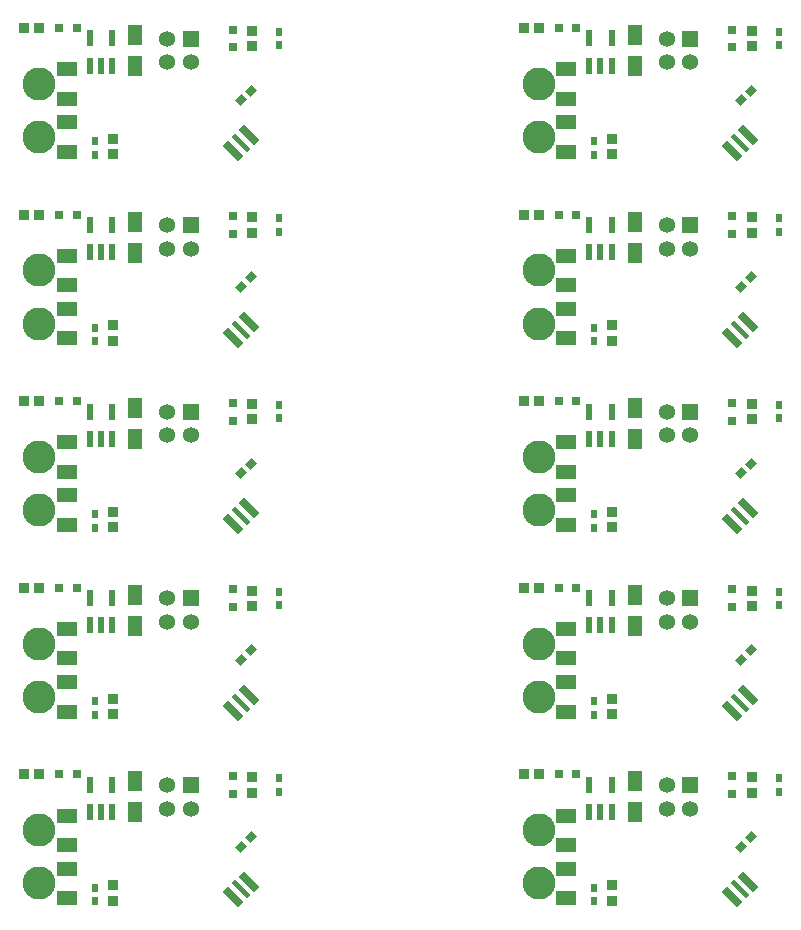
<source format=gbs>
G04*
G04 #@! TF.GenerationSoftware,Altium Limited,Altium Designer,22.10.1 (41)*
G04*
G04 Layer_Color=14186556*
%FSTAX24Y24*%
%MOIN*%
G70*
G04*
G04 #@! TF.SameCoordinates,C4D65E7B-EEE1-4A75-A0B3-CD900F305789*
G04*
G04*
G04 #@! TF.FilePolarity,Negative*
G04*
G01*
G75*
%ADD14R,0.0236X0.0295*%
%ADD25R,0.0335X0.0374*%
%ADD42C,0.1102*%
%ADD43R,0.0535X0.0535*%
%ADD44C,0.0535*%
%ADD46R,0.0236X0.0520*%
%ADD47R,0.0315X0.0315*%
%ADD48R,0.0374X0.0335*%
G04:AMPARAMS|DCode=49|XSize=15.7mil|YSize=74.8mil|CornerRadius=0mil|HoleSize=0mil|Usage=FLASHONLY|Rotation=45.000|XOffset=0mil|YOffset=0mil|HoleType=Round|Shape=Rectangle|*
%AMROTATEDRECTD49*
4,1,4,0.0209,-0.0320,-0.0320,0.0209,-0.0209,0.0320,0.0320,-0.0209,0.0209,-0.0320,0.0*
%
%ADD49ROTATEDRECTD49*%

G04:AMPARAMS|DCode=50|XSize=23.6mil|YSize=74.8mil|CornerRadius=0mil|HoleSize=0mil|Usage=FLASHONLY|Rotation=45.000|XOffset=0mil|YOffset=0mil|HoleType=Round|Shape=Rectangle|*
%AMROTATEDRECTD50*
4,1,4,0.0181,-0.0348,-0.0348,0.0181,-0.0181,0.0348,0.0348,-0.0181,0.0181,-0.0348,0.0*
%
%ADD50ROTATEDRECTD50*%

%ADD51R,0.0315X0.0315*%
G04:AMPARAMS|DCode=52|XSize=23.6mil|YSize=29.5mil|CornerRadius=0mil|HoleSize=0mil|Usage=FLASHONLY|Rotation=135.000|XOffset=0mil|YOffset=0mil|HoleType=Round|Shape=Rectangle|*
%AMROTATEDRECTD52*
4,1,4,0.0188,0.0021,-0.0021,-0.0188,-0.0188,-0.0021,0.0021,0.0188,0.0188,0.0021,0.0*
%
%ADD52ROTATEDRECTD52*%

%ADD53R,0.0669X0.0512*%
%ADD54R,0.0484X0.0709*%
D14*
X031273Y021568D02*
D03*
Y021115D02*
D03*
X025123Y017918D02*
D03*
Y017465D02*
D03*
X047926Y021568D02*
D03*
Y021115D02*
D03*
X041776Y017918D02*
D03*
Y017465D02*
D03*
X031273Y027788D02*
D03*
Y027335D02*
D03*
X025123Y024138D02*
D03*
Y023685D02*
D03*
X047926Y027788D02*
D03*
Y027335D02*
D03*
X041776Y024138D02*
D03*
Y023685D02*
D03*
X031273Y034009D02*
D03*
Y033556D02*
D03*
X025123Y030359D02*
D03*
Y029906D02*
D03*
X047926Y034009D02*
D03*
Y033556D02*
D03*
X041776Y030359D02*
D03*
Y029906D02*
D03*
X031273Y040229D02*
D03*
Y039776D02*
D03*
X025123Y036579D02*
D03*
Y036126D02*
D03*
X047926Y040229D02*
D03*
Y039776D02*
D03*
X041776Y036579D02*
D03*
Y036126D02*
D03*
X031273Y04645D02*
D03*
Y045997D02*
D03*
X025123Y0428D02*
D03*
Y042347D02*
D03*
X047926Y04645D02*
D03*
Y045997D02*
D03*
X041776Y0428D02*
D03*
Y042347D02*
D03*
D25*
X023279Y021691D02*
D03*
X022767D02*
D03*
X039932D02*
D03*
X039421D02*
D03*
X023279Y027912D02*
D03*
X022767D02*
D03*
X039932D02*
D03*
X039421D02*
D03*
X023279Y034132D02*
D03*
X022767D02*
D03*
X039932D02*
D03*
X039421D02*
D03*
X023279Y040353D02*
D03*
X022767D02*
D03*
X039932D02*
D03*
X039421D02*
D03*
X023279Y046573D02*
D03*
X022767D02*
D03*
X039932D02*
D03*
X039421D02*
D03*
D42*
X023267Y019827D02*
D03*
X023267Y018055D02*
D03*
X03992Y019827D02*
D03*
X03992Y018055D02*
D03*
X023267Y026048D02*
D03*
X023267Y024276D02*
D03*
X03992Y026048D02*
D03*
X03992Y024276D02*
D03*
X023267Y032268D02*
D03*
X023267Y030496D02*
D03*
X03992Y032268D02*
D03*
X03992Y030496D02*
D03*
X023267Y038489D02*
D03*
X023267Y036717D02*
D03*
X03992Y038489D02*
D03*
X03992Y036717D02*
D03*
X023267Y044709D02*
D03*
X023267Y042937D02*
D03*
X03992Y044709D02*
D03*
X03992Y042937D02*
D03*
D43*
X028317Y021335D02*
D03*
X04497D02*
D03*
X028317Y027555D02*
D03*
X04497D02*
D03*
X028317Y033776D02*
D03*
X04497D02*
D03*
X028317Y039996D02*
D03*
X04497D02*
D03*
X028317Y046217D02*
D03*
X04497D02*
D03*
D44*
X028317Y020548D02*
D03*
X027529Y021335D02*
D03*
Y020548D02*
D03*
X04497D02*
D03*
X044183Y021335D02*
D03*
Y020548D02*
D03*
X028317Y026768D02*
D03*
X027529Y027555D02*
D03*
Y026768D02*
D03*
X04497D02*
D03*
X044183Y027555D02*
D03*
Y026768D02*
D03*
X028317Y032989D02*
D03*
X027529Y033776D02*
D03*
Y032989D02*
D03*
X04497D02*
D03*
X044183Y033776D02*
D03*
Y032989D02*
D03*
X028317Y039209D02*
D03*
X027529Y039996D02*
D03*
Y039209D02*
D03*
X04497D02*
D03*
X044183Y039996D02*
D03*
Y039209D02*
D03*
X028317Y04543D02*
D03*
X027529Y046217D02*
D03*
Y04543D02*
D03*
X04497D02*
D03*
X044183Y046217D02*
D03*
Y04543D02*
D03*
D46*
X025697Y020439D02*
D03*
X025323D02*
D03*
X024949D02*
D03*
Y021344D02*
D03*
X025697D02*
D03*
X04235Y020439D02*
D03*
X041976D02*
D03*
X041602D02*
D03*
Y021344D02*
D03*
X04235D02*
D03*
X025697Y026659D02*
D03*
X025323D02*
D03*
X024949D02*
D03*
Y027565D02*
D03*
X025697D02*
D03*
X04235Y026659D02*
D03*
X041976D02*
D03*
X041602D02*
D03*
Y027565D02*
D03*
X04235D02*
D03*
X025697Y03288D02*
D03*
X025323D02*
D03*
X024949D02*
D03*
Y033785D02*
D03*
X025697D02*
D03*
X04235Y03288D02*
D03*
X041976D02*
D03*
X041602D02*
D03*
Y033785D02*
D03*
X04235D02*
D03*
X025697Y0391D02*
D03*
X025323D02*
D03*
X024949D02*
D03*
Y040005D02*
D03*
X025697D02*
D03*
X04235Y0391D02*
D03*
X041976D02*
D03*
X041602D02*
D03*
Y040005D02*
D03*
X04235D02*
D03*
X025697Y04532D02*
D03*
X025323D02*
D03*
X024949D02*
D03*
Y046226D02*
D03*
X025697D02*
D03*
X04235Y04532D02*
D03*
X041976D02*
D03*
X041602D02*
D03*
Y046226D02*
D03*
X04235D02*
D03*
D47*
X023928Y021691D02*
D03*
X024518D02*
D03*
X040581D02*
D03*
X041172D02*
D03*
X023928Y027912D02*
D03*
X024518D02*
D03*
X040581D02*
D03*
X041172D02*
D03*
X023928Y034132D02*
D03*
X024518D02*
D03*
X040581D02*
D03*
X041172D02*
D03*
X023928Y040353D02*
D03*
X024518D02*
D03*
X040581D02*
D03*
X041172D02*
D03*
X023928Y046573D02*
D03*
X024518D02*
D03*
X040581D02*
D03*
X041172D02*
D03*
D48*
X025723Y017485D02*
D03*
Y017997D02*
D03*
X030373Y021085D02*
D03*
Y021597D02*
D03*
X042376Y017485D02*
D03*
Y017997D02*
D03*
X047026Y021085D02*
D03*
Y021597D02*
D03*
X025723Y023706D02*
D03*
Y024218D02*
D03*
X030373Y027306D02*
D03*
Y027818D02*
D03*
X042376Y023706D02*
D03*
Y024218D02*
D03*
X047026Y027306D02*
D03*
Y027818D02*
D03*
X025723Y029926D02*
D03*
Y030438D02*
D03*
X030373Y033526D02*
D03*
Y034038D02*
D03*
X042376Y029926D02*
D03*
Y030438D02*
D03*
X047026Y033526D02*
D03*
Y034038D02*
D03*
X025723Y036147D02*
D03*
Y036659D02*
D03*
X030373Y039747D02*
D03*
Y040259D02*
D03*
X042376Y036147D02*
D03*
Y036659D02*
D03*
X047026Y039747D02*
D03*
Y040259D02*
D03*
X025723Y042367D02*
D03*
Y042879D02*
D03*
X030373Y045967D02*
D03*
Y046479D02*
D03*
X042376Y042367D02*
D03*
Y042879D02*
D03*
X047026Y045967D02*
D03*
Y046479D02*
D03*
D49*
X029987Y017856D02*
D03*
X046641D02*
D03*
X029987Y024076D02*
D03*
X046641D02*
D03*
X029987Y030297D02*
D03*
X046641D02*
D03*
X029987Y036517D02*
D03*
X046641D02*
D03*
X029987Y042738D02*
D03*
X046641D02*
D03*
D50*
X029723Y017591D02*
D03*
X030252Y01812D02*
D03*
X046376Y017591D02*
D03*
X046905Y01812D02*
D03*
X029723Y023812D02*
D03*
X030252Y024341D02*
D03*
X046376Y023812D02*
D03*
X046905Y024341D02*
D03*
X029723Y030032D02*
D03*
X030252Y030561D02*
D03*
X046376Y030032D02*
D03*
X046905Y030561D02*
D03*
X029723Y036253D02*
D03*
X030252Y036782D02*
D03*
X046376Y036253D02*
D03*
X046905Y036782D02*
D03*
X029723Y042473D02*
D03*
X030252Y043002D02*
D03*
X046376Y042473D02*
D03*
X046905Y043002D02*
D03*
D51*
X029723Y021637D02*
D03*
Y021046D02*
D03*
X046376Y021637D02*
D03*
Y021046D02*
D03*
X029723Y027857D02*
D03*
Y027267D02*
D03*
X046376Y027857D02*
D03*
Y027267D02*
D03*
X029723Y034078D02*
D03*
Y033487D02*
D03*
X046376Y034078D02*
D03*
Y033487D02*
D03*
X029723Y040298D02*
D03*
Y039707D02*
D03*
X046376Y040298D02*
D03*
Y039707D02*
D03*
X029723Y046518D02*
D03*
Y045928D02*
D03*
X046376Y046518D02*
D03*
Y045928D02*
D03*
D52*
X030333Y019601D02*
D03*
X030013Y019281D02*
D03*
X046987Y019601D02*
D03*
X046666Y019281D02*
D03*
X030333Y025822D02*
D03*
X030013Y025502D02*
D03*
X046987Y025822D02*
D03*
X046666Y025502D02*
D03*
X030333Y032042D02*
D03*
X030013Y031722D02*
D03*
X046987Y032042D02*
D03*
X046666Y031722D02*
D03*
X030333Y038263D02*
D03*
X030013Y037943D02*
D03*
X046987Y038263D02*
D03*
X046666Y037943D02*
D03*
X030333Y044483D02*
D03*
X030013Y044163D02*
D03*
X046987Y044483D02*
D03*
X046666Y044163D02*
D03*
D53*
X024192Y020319D02*
D03*
Y017563D02*
D03*
Y019335D02*
D03*
Y018548D02*
D03*
X040845Y020319D02*
D03*
Y017563D02*
D03*
Y019335D02*
D03*
Y018548D02*
D03*
X024192Y02654D02*
D03*
Y023784D02*
D03*
Y025556D02*
D03*
Y024768D02*
D03*
X040845Y02654D02*
D03*
Y023784D02*
D03*
Y025556D02*
D03*
Y024768D02*
D03*
X024192Y03276D02*
D03*
Y030004D02*
D03*
Y031776D02*
D03*
Y030989D02*
D03*
X040845Y03276D02*
D03*
Y030004D02*
D03*
Y031776D02*
D03*
Y030989D02*
D03*
X024192Y038981D02*
D03*
Y036225D02*
D03*
Y037996D02*
D03*
Y037209D02*
D03*
X040845Y038981D02*
D03*
Y036225D02*
D03*
Y037996D02*
D03*
Y037209D02*
D03*
X024192Y045201D02*
D03*
Y042445D02*
D03*
Y044217D02*
D03*
Y04343D02*
D03*
X040845Y045201D02*
D03*
Y042445D02*
D03*
Y044217D02*
D03*
Y04343D02*
D03*
D54*
X026473Y020426D02*
D03*
Y021457D02*
D03*
X043126Y020426D02*
D03*
Y021457D02*
D03*
X026473Y026646D02*
D03*
Y027678D02*
D03*
X043126Y026646D02*
D03*
Y027678D02*
D03*
X026473Y032867D02*
D03*
Y033898D02*
D03*
X043126Y032867D02*
D03*
Y033898D02*
D03*
X026473Y039087D02*
D03*
Y040118D02*
D03*
X043126Y039087D02*
D03*
Y040118D02*
D03*
X026473Y045307D02*
D03*
Y046339D02*
D03*
X043126Y045307D02*
D03*
Y046339D02*
D03*
M02*

</source>
